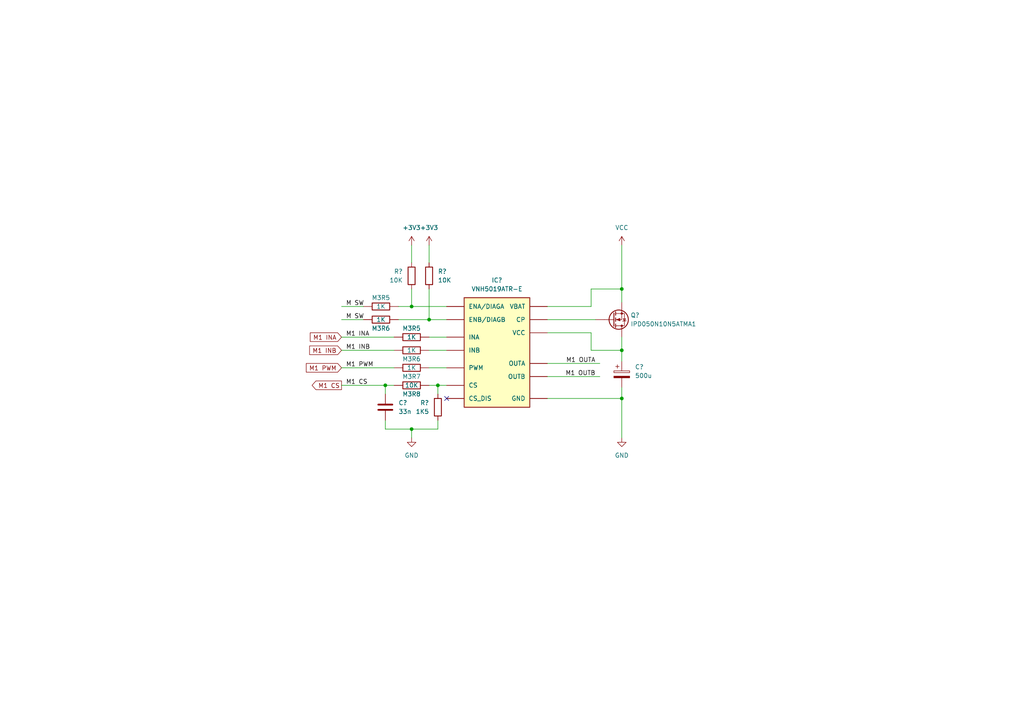
<source format=kicad_sch>
(kicad_sch (version 20230121) (generator eeschema)
  (paper "A4")
  (lib_symbols
    (symbol "Device:C" (pin_numbers hide) (pin_names (offset 0.254))
      (property "Reference" "C" (at 0.635 2.54 0))
      (property "Value" "C" (at 0.635 -2.54 0))
      (symbol "C_0_1"
        (polyline (pts (xy -2.032 -0.762) (xy 2.032 -0.762)) (stroke (width 0.508)))
        (polyline (pts (xy -2.032 0.762) (xy 2.032 0.762)) (stroke (width 0.508)))
      )
      (symbol "C_1_1"
        (pin passive line (at 0 3.81 270) (length 2.794) (name "~") (number "1"))
        (pin passive line (at 0 -3.81 90) (length 2.794) (name "~") (number "2"))
      )
    )
    (symbol "Device:C_Polarized" (pin_numbers hide) (pin_names (offset 0.254))
      (property "Reference" "C" (at 0.635 2.54 0))
      (property "Value" "C_Polarized" (at 0.635 -2.54 0))
      (symbol "C_Polarized_0_1"
        (rectangle (start -2.286 0.508) (end 2.286 1.016))
        (polyline (pts (xy -1.778 2.286) (xy -0.762 2.286)))
        (polyline (pts (xy -1.27 2.794) (xy -1.27 1.778)))
        (rectangle (start 2.286 -0.508) (end -2.286 -1.016) (fill (type outline)))
      )
      (symbol "C_Polarized_1_1"
        (pin passive line (at 0 3.81 270) (length 2.794) (name "~") (number "1"))
        (pin passive line (at 0 -3.81 90) (length 2.794) (name "~") (number "2"))
      )
    )
    (symbol "Device:R" (pin_numbers hide) (pin_names (offset 0))
      (property "Reference" "R" (at 2.032 0 90))
      (property "Value" "R" (at 0 0 90))
      (symbol "R_0_1"
        (rectangle (start -1.016 -2.54) (end 1.016 2.54) (stroke (width 0.254)))
      )
      (symbol "R_1_1"
        (pin passive line (at 0 3.81 270) (length 1.27) (name "~") (number "1"))
        (pin passive line (at 0 -3.81 90) (length 1.27) (name "~") (number "2"))
      )
    )
    (symbol "power:+3V3" (power) (pin_names (offset 0))
      (property "Value" "+3V3" (at 0 3.556 0))
      (symbol "+3V3_0_1"
        (polyline (pts (xy -0.762 1.27) (xy 0 2.54)))
        (polyline (pts (xy 0 0) (xy 0 2.54)))
        (polyline (pts (xy 0 2.54) (xy 0.762 1.27)))
      )
      (symbol "+3V3_1_1"
        (pin power_in line (at 0 0 90) (length 0) hide (name "+3V3") (number "1"))
      )
    )
    (symbol "power:GND" (power) (pin_names (offset 0))
      (property "Value" "GND" (at 0 -3.81 0))
      (symbol "GND_0_1"
        (polyline (pts (xy 0 0) (xy 0 -1.27) (xy 1.27 -1.27) (xy 0 -2.54) (xy -1.27 -1.27) (xy 0 -1.27)))
      )
      (symbol "GND_1_1"
        (pin power_in line (at 0 0 270) (length 0) hide (name "GND") (number "1"))
      )
    )
    (symbol "power:VCC" (power) (pin_names (offset 0))
      (property "Value" "VCC" (at 0 3.81 0))
      (symbol "VCC_0_1"
        (polyline (pts (xy -0.762 1.27) (xy 0 2.54)))
        (polyline (pts (xy 0 0) (xy 0 2.54)))
        (polyline (pts (xy 0 2.54) (xy 0.762 1.27)))
      )
      (symbol "VCC_1_1"
        (pin power_in line (at 0 0 90) (length 0) hide (name "VCC") (number "1"))
      )
    )
    (symbol "vincent:IPD050N10N5ATMA1" (pin_numbers hide) (pin_names hide)
      (property "Reference" "Q" (at 11.43 3.81 0))
      (property "Value" "IPD050N10N5ATMA1" (at 11.43 1.27 0))
      (symbol "IPD050N10N5ATMA1_0_1"
        (polyline (pts (xy 5.334 0) (xy 2.54 0)))
        (polyline (pts (xy 5.334 1.905) (xy 5.334 -1.905)) (stroke (width 0.254)))
        (polyline (pts (xy 5.842 -1.27) (xy 5.842 -2.286)) (stroke (width 0.254)))
        (polyline (pts (xy 5.842 0.508) (xy 5.842 -0.508)) (stroke (width 0.254)))
        (polyline (pts (xy 5.842 2.286) (xy 5.842 1.27)) (stroke (width 0.254)))
        (polyline (pts (xy 7.62 2.54) (xy 7.62 1.778)))
        (polyline (pts (xy 7.62 -2.54) (xy 7.62 0) (xy 5.842 0)))
        (polyline (pts (xy 5.842 -1.778) (xy 8.382 -1.778) (xy 8.382 1.778) (xy 5.842 1.778)))
        (polyline (pts (xy 6.096 0) (xy 7.112 0.381) (xy 7.112 -0.381) (xy 6.096 0)) (fill (type outline)))
        (polyline (pts (xy 7.874 0.508) (xy 8.001 0.381) (xy 8.763 0.381) (xy 8.89 0.254)))
        (polyline (pts (xy 8.382 0.381) (xy 8.001 -0.254) (xy 8.763 -0.254) (xy 8.382 0.381)))
        (circle (center 6.731 0) (radius 2.794) (stroke (width 0.254)))
        (circle (center 7.62 -1.778) (radius 0.254) (fill (type outline)))
        (circle (center 7.62 1.778) (radius 0.254) (fill (type outline)))
      )
      (symbol "IPD050N10N5ATMA1_1_1"
        (pin input line (at 0 0 0) (length 2.54) (name "G") (number "1"))
        (pin passive line (at 7.62 5.08 270) (length 2.54) (name "D") (number "2"))
        (pin passive line (at 7.62 -5.08 90) (length 2.54) (name "S") (number "3"))
      )
    )
    (symbol "vincent:R" (pin_numbers hide) (pin_names hide)
      (property "Reference" "R" (at 0 2.54 0))
      (property "Value" "Resistor" (at 0 -2.54 0))
      (symbol "R_0_1"
        (rectangle (start 2.54 -1.016) (end -2.54 1.016) (stroke (width 0.254)))
      )
      (symbol "R_1_1"
        (pin passive line (at -5.08 0 0) (length 2.54) (name "~") (number "1"))
        (pin passive line (at 5.08 0 180) (length 2.54) (name "~") (number "2"))
      )
    )
    (symbol "vincent:VNH5019ATR-E" (pin_numbers hide) (pin_names (offset 1.27))
      (property "Reference" "IC" (at 5.08 6.35 0))
      (property "Value" "VNH5019ATR-E" (at 11.43 3.81 0))
      (symbol "VNH5019ATR-E_1_1"
        (rectangle (start 5.08 2.54) (end 24.13 -29.21) (stroke (width 0.254)) (fill (type background)))
        (pin passive line (at 0 -12.7 0) (length 5.08) (name "INB") (number "10"))
        (pin passive line (at 29.21 -3.81 180) (length 5.08) (name "CP") (number "11"))
        (pin passive line (at 29.21 0 180) (length 5.08) (name "VBAT") (number "12"))
        (pin passive line (at 29.21 -26.67 180) (length 5.08) (name "GND") (number "26"))
        (pin passive line (at 0 -8.89 0) (length 5.08) (name "INA") (number "4"))
        (pin passive line (at 0 0 0) (length 5.08) (name "ENA/DIAGA") (number "5"))
        (pin passive line (at 0 -26.67 0) (length 5.08) (name "CS_DIS") (number "6"))
        (pin passive line (at 0 -17.78 0) (length 5.08) (name "PWM") (number "7"))
        (pin passive line (at 0 -22.86 0) (length 5.08) (name "CS") (number "8"))
        (pin passive line (at 0 -3.81 0) (length 5.08) (name "ENB/DIAGB") (number "9"))
        (pin passive line (at 29.21 -16.51 180) (length 5.08) (name "OUTA") (number "OUTA"))
        (pin passive line (at 29.21 -20.32 180) (length 5.08) (name "OUTB") (number "OUTB"))
        (pin passive line (at 29.21 -7.62 180) (length 5.08) (name "VCC") (number "VCC"))
      )
    )
  )
  (junction (at 124.46 92.71))
  (junction (at 180.34 101.6))
  (junction (at 180.34 115.57))
  (junction (at 111.76 111.76))
  (junction (at 127 111.76))
  (junction (at 180.34 83.82))
  (junction (at 119.38 124.46))
  (junction (at 119.38 88.9))
  (no_connect (at 129.54 115.57))
  (wire (pts (xy 99.06 88.9) (xy 105.41 88.9)))
  (wire (pts (xy 111.76 121.92) (xy 111.76 124.46)))
  (wire (pts (xy 124.46 101.6) (xy 129.54 101.6)))
  (wire (pts (xy 119.38 124.46) (xy 119.38 127)))
  (wire (pts (xy 111.76 111.76) (xy 114.3 111.76)))
  (wire (pts (xy 115.57 88.9) (xy 119.38 88.9)))
  (wire (pts (xy 124.46 92.71) (xy 129.54 92.71)))
  (wire (pts (xy 180.34 101.6) (xy 180.34 104.775)))
  (wire (pts (xy 119.38 88.9) (xy 129.54 88.9)))
  (wire (pts (xy 99.06 106.68) (xy 114.3 106.68)))
  (wire (pts (xy 99.06 101.6) (xy 114.3 101.6)))
  (wire (pts (xy 180.34 115.57) (xy 180.34 127)))
  (wire (pts (xy 158.75 92.71) (xy 172.72 92.71)))
  (wire (pts (xy 119.38 71.12) (xy 119.38 76.2)))
  (wire (pts (xy 180.34 71.12) (xy 180.34 83.82)))
  (wire (pts (xy 115.57 92.71) (xy 124.46 92.71)))
  (wire (pts (xy 158.75 115.57) (xy 180.34 115.57)))
  (wire (pts (xy 124.46 83.82) (xy 124.46 92.71)))
  (wire (pts (xy 171.45 88.9) (xy 171.45 83.82)))
  (wire (pts (xy 119.38 83.82) (xy 119.38 88.9)))
  (wire (pts (xy 158.75 96.52) (xy 171.45 96.52)))
  (wire (pts (xy 99.06 97.79) (xy 114.3 97.79)))
  (wire (pts (xy 171.45 96.52) (xy 171.45 101.6)))
  (wire (pts (xy 158.75 109.22) (xy 173.99 109.22)))
  (wire (pts (xy 171.45 83.82) (xy 180.34 83.82)))
  (wire (pts (xy 180.34 97.79) (xy 180.34 101.6)))
  (wire (pts (xy 99.06 92.71) (xy 105.41 92.71)))
  (wire (pts (xy 124.46 106.68) (xy 129.54 106.68)))
  (wire (pts (xy 127 111.76) (xy 127 114.3)))
  (wire (pts (xy 180.34 112.395) (xy 180.34 115.57)))
  (wire (pts (xy 111.76 111.76) (xy 111.76 114.3)))
  (wire (pts (xy 124.46 111.76) (xy 127 111.76)))
  (wire (pts (xy 158.75 105.41) (xy 173.99 105.41)))
  (wire (pts (xy 158.75 88.9) (xy 171.45 88.9)))
  (wire (pts (xy 124.46 97.79) (xy 129.54 97.79)))
  (wire (pts (xy 171.45 101.6) (xy 180.34 101.6)))
  (wire (pts (xy 127 121.92) (xy 127 124.46)))
  (wire (pts (xy 119.38 124.46) (xy 127 124.46)))
  (wire (pts (xy 99.06 111.76) (xy 111.76 111.76)))
  (wire (pts (xy 124.46 71.12) (xy 124.46 76.2)))
  (wire (pts (xy 180.34 83.82) (xy 180.34 87.63)))
  (wire (pts (xy 127 111.76) (xy 129.54 111.76)))
  (wire (pts (xy 111.76 124.46) (xy 119.38 124.46)))
  (label "M SW" (at 100.33 88.9 0))
  (label "M1 OUTA" (at 172.72 105.41 180))
  (label "M1 INB" (at 100.33 101.6 0))
  (label "M1 PWM" (at 100.33 106.68 0))
  (label "M1 CS" (at 100.33 111.76 0))
  (label "M1 INA" (at 100.33 97.79 0))
  (label "M1 OUTB" (at 172.72 109.22 180))
  (label "M SW" (at 100.33 92.71 0))
  (global_label "M1 INA" (shape input) (at 99.06 97.79 180) (property "Intersheetrefs" "${INTERSHEET_REFS}" (effects hide)))
  (global_label "M1 CS" (shape output) (at 99.06 111.76 180) (property "Intersheetrefs" "${INTERSHEET_REFS}" (effects hide)))
  (global_label "M1 PWM" (shape input) (at 99.06 106.68 180) (property "Intersheetrefs" "${INTERSHEET_REFS}" (effects hide)))
  (global_label "M1 INB" (shape input) (at 99.06 101.6 180) (property "Intersheetrefs" "${INTERSHEET_REFS}" (effects hide)))
  (symbol (lib_id "vincent:R") (at 110.49 88.9 0) (unit 1)
    (property "Reference" "M3R5" (at 110.49 86.36 0))
    (property "Value" "1K" (at 110.49 88.9 0))
    (instances (project "2024l1" (path "" (reference "M3R5") (unit 1)) (path "" (reference "M3R5") (unit 1)) (path "" (reference "R?") (unit 1))))
  )
  (symbol (lib_id "Device:R") (at 119.38 80.01 0) (mirror y) (unit 1)
    (property "Reference" "R?" (at 116.84 78.7399 0) (effects (justify left)))
    (property "Value" "10K" (at 116.84 81.2799 0) (effects (justify left)))
  )
  (symbol (lib_id "Device:R") (at 124.46 80.01 0) (unit 1)
    (property "Reference" "R?" (at 127 78.7399 0) (effects (justify left)))
    (property "Value" "10K" (at 127 81.2799 0) (effects (justify left)))
  )
  (symbol (lib_id "vincent:IPD050N10N5ATMA1") (at 172.72 92.71 0) (mirror x) (unit 1)
    (property "Reference" "Q?" (at 182.88 91.44 0) (effects (justify left)))
    (property "Value" "IPD050N10N5ATMA1" (at 182.88 93.98 0) (effects (justify left)))
    (property "Footprint" "IPD050N10N5ATMA1" (effects hide))
    (property "Datasheet" "https://www.infineon.com/dgdl/Infineon-IPD050N10N5-DS-v02_01-EN.pdf?fileId=5546d4625b3ca4ec015b615bb7536713" (effects hide))
    (property "Height" "2.41" (effects hide))
    (property "Mouser Part Number" "726-IPD050N10N5ATMA1" (effects hide))
    (property "Mouser Price/Stock" "https://www.mouser.co.uk/ProductDetail/Infineon-Technologies/IPD050N10N5ATMA1?qs=u4fy%2FsgLU9Pgz4QwaVUqjg%3D%3D" (effects hide))
    (property "Manufacturer_Name" "Infineon" (effects hide))
    (property "Manufacturer_Part_Number" "IPD050N10N5ATMA1" (effects hide))
  )
  (symbol (lib_id "vincent:R") (at 119.38 97.79 0) (unit 1)
    (property "Reference" "M3R5" (at 119.38 95.25 0))
    (property "Value" "1K" (at 119.38 97.79 0))
    (instances (project "2024l1" (path "" (reference "M3R5") (unit 1)) (path "" (reference "M3R5") (unit 1)) (path "" (reference "R?") (unit 1))))
  )
  (symbol (lib_id "vincent:VNH5019ATR-E") (at 129.54 88.9 0) (unit 1)
    (property "Reference" "IC?" (at 144.145 81.28 0))
    (property "Value" "VNH5019ATR-E" (at 144.145 83.82 0))
    (property "Footprint" "VNH5019A-E_1" (effects hide))
    (property "Datasheet" "https://www.st.com/resource/en/datasheet/vnh5019a-e.pdf" (effects hide))
    (property "Mouser Part Number" "511-VNH5019ATR-E" (effects hide))
    (property "Mouser Price/Stock" "https://www.mouser.co.uk/ProductDetail/STMicroelectronics/VNH5019ATR-E?qs=T%2FOtf55vL7cDceYVZzSNKw%3D%3D" (effects hide))
    (property "Manufacturer_Name" "STMicroelectronics" (effects hide))
    (property "Manufacturer_Part_Number" "VNH5019ATR-E" (effects hide))
  )
  (symbol (lib_id "power:GND") (at 180.34 127 0) (unit 1)
    (property "Reference" "#PWR028" (effects hide))
    (property "Value" "GND" (at 180.34 132.08 0))
  )
  (symbol (lib_id "power:+3V3") (at 119.38 71.12 0) (unit 1)
    (property "Reference" "#PWR025" (effects hide))
    (property "Value" "+3V3" (at 119.38 66.04 0))
  )
  (symbol (lib_id "vincent:R") (at 110.49 92.71 0) (mirror x) (unit 1)
    (property "Reference" "M3R6" (at 110.49 95.25 0))
    (property "Value" "1K" (at 110.49 92.71 0))
    (instances (project "2024l1" (path "" (reference "M3R6") (unit 1)) (path "" (reference "M3R6") (unit 1)) (path "" (reference "R?") (unit 1))))
  )
  (symbol (lib_id "Device:C_Polarized") (at 180.34 108.585 0) (unit 1)
    (property "Reference" "C?" (at 184.15 106.4259 0) (effects (justify left)))
    (property "Value" "500u" (at 184.15 108.9659 0) (effects (justify left)))
  )
  (symbol (lib_id "Device:R") (at 127 118.11 0) (mirror y) (unit 1)
    (property "Reference" "R?" (at 124.46 116.8399 0) (effects (justify left)))
    (property "Value" "1K5" (at 124.46 119.3799 0) (effects (justify left)))
  )
  (symbol (lib_id "power:VCC") (at 180.34 71.12 0) (unit 1)
    (property "Reference" "#PWR029" (effects hide))
    (property "Value" "VCC" (at 180.34 66.04 0))
  )
  (symbol (lib_id "power:+3V3") (at 124.46 71.12 0) (unit 1)
    (property "Reference" "#PWR026" (effects hide))
    (property "Value" "+3V3" (at 124.46 66.04 0))
  )
  (symbol (lib_id "vincent:R") (at 119.38 111.76 0) (mirror x) (unit 1)
    (property "Reference" "M3R8" (at 119.38 114.3 0))
    (property "Value" "10K" (at 119.38 111.76 0))
    (instances (project "2024l1" (path "" (reference "M3R8") (unit 1)) (path "" (reference "M3R8") (unit 1)) (path "" (reference "R?") (unit 1))))
  )
  (symbol (lib_id "vincent:R") (at 119.38 106.68 0) (mirror x) (unit 1)
    (property "Reference" "M3R7" (at 119.38 109.22 0))
    (property "Value" "1K" (at 119.38 106.68 0))
    (instances (project "2024l1" (path "" (reference "M3R7") (unit 1)) (path "" (reference "M3R7") (unit 1)) (path "" (reference "R?") (unit 1))))
  )
  (symbol (lib_id "vincent:R") (at 119.38 101.6 0) (mirror x) (unit 1)
    (property "Reference" "M3R6" (at 119.38 104.14 0))
    (property "Value" "1K" (at 119.38 101.6 0))
    (instances (project "2024l1" (path "" (reference "M3R6") (unit 1)) (path "" (reference "M3R6") (unit 1)) (path "" (reference "R?") (unit 1))))
  )
  (symbol (lib_id "Device:C") (at 111.76 118.11 0) (unit 1)
    (property "Reference" "C?" (at 115.57 116.8399 0) (effects (justify left)))
    (property "Value" "33n" (at 115.57 119.3799 0) (effects (justify left)))
  )
  (symbol (lib_id "power:GND") (at 119.38 127 0) (unit 1)
    (property "Reference" "#PWR027" (effects hide))
    (property "Value" "GND" (at 119.38 132.08 0))
  )
)
</source>
